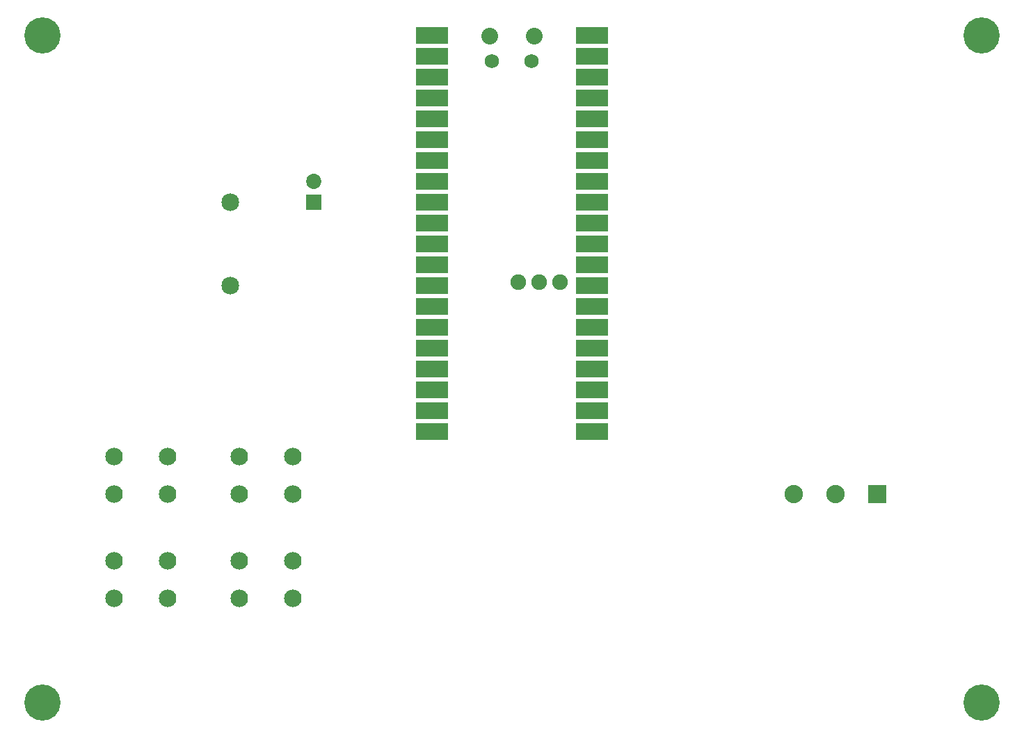
<source format=gbs>
G04 MADE WITH FRITZING*
G04 WWW.FRITZING.ORG*
G04 DOUBLE SIDED*
G04 HOLES PLATED*
G04 CONTOUR ON CENTER OF CONTOUR VECTOR*
%ASAXBY*%
%FSLAX23Y23*%
%MOIN*%
%OFA0B0*%
%SFA1.0B1.0*%
%ADD10C,0.072992*%
%ADD11C,0.085000*%
%ADD12C,0.173386*%
%ADD13C,0.068000*%
%ADD14C,0.080000*%
%ADD15C,0.074944*%
%ADD16C,0.088000*%
%ADD17C,0.084000*%
%ADD18R,0.072992X0.072992*%
%ADD19R,0.153667X0.080200*%
%ADD20R,0.154000X0.080200*%
%ADD21R,0.088000X0.088000*%
%LNMASK0*%
G90*
G70*
G54D10*
X1514Y2559D03*
X1514Y2658D03*
G54D11*
X1114Y2559D03*
X1114Y2159D03*
G54D12*
X4714Y159D03*
X4714Y3359D03*
X214Y159D03*
X214Y3359D03*
G54D13*
X2558Y3234D03*
X2368Y3234D03*
G54D14*
X2356Y3353D03*
X2571Y3353D03*
G54D15*
X2114Y3359D03*
X2114Y3259D03*
X2114Y3159D03*
X2114Y3059D03*
X2114Y2959D03*
X2114Y2859D03*
X2114Y2759D03*
X2114Y2659D03*
X2114Y2559D03*
X2114Y2459D03*
X2114Y2359D03*
X2114Y2259D03*
X2114Y2159D03*
X2114Y2059D03*
X2114Y1959D03*
X2114Y1859D03*
X2114Y1759D03*
X2114Y1659D03*
X2114Y1559D03*
X2114Y1459D03*
X2813Y1459D03*
X2813Y1559D03*
X2813Y1659D03*
X2813Y1759D03*
X2813Y1859D03*
X2813Y1959D03*
X2813Y2059D03*
X2813Y2159D03*
X2813Y2259D03*
X2813Y2359D03*
X2813Y2459D03*
X2813Y2559D03*
X2813Y2659D03*
X2813Y2759D03*
X2813Y2859D03*
X2813Y2959D03*
X2813Y3059D03*
X2813Y3159D03*
X2813Y3259D03*
X2813Y3359D03*
X2493Y2176D03*
X2593Y2176D03*
X2693Y2176D03*
G54D16*
X4214Y1159D03*
X4014Y1159D03*
X3814Y1159D03*
G54D17*
X558Y837D03*
X814Y837D03*
X558Y659D03*
X814Y659D03*
X1158Y837D03*
X1414Y837D03*
X1158Y659D03*
X1414Y659D03*
X1158Y1337D03*
X1414Y1337D03*
X1158Y1159D03*
X1414Y1159D03*
X558Y1337D03*
X814Y1337D03*
X558Y1159D03*
X814Y1159D03*
G54D18*
X1514Y2559D03*
G54D19*
X2081Y3359D03*
G54D20*
X2081Y3259D03*
X2081Y3159D03*
X2081Y3059D03*
X2081Y2959D03*
X2081Y2859D03*
X2081Y2759D03*
X2081Y2659D03*
X2081Y2559D03*
X2081Y2459D03*
X2081Y2359D03*
X2081Y2259D03*
X2081Y2159D03*
X2081Y2059D03*
X2081Y1959D03*
X2081Y1859D03*
X2081Y1759D03*
X2081Y1659D03*
X2081Y1559D03*
X2081Y1459D03*
X2846Y1459D03*
X2846Y1559D03*
X2846Y1659D03*
X2846Y1759D03*
X2846Y1859D03*
X2846Y1959D03*
X2846Y2059D03*
X2846Y2159D03*
X2846Y2259D03*
X2846Y2359D03*
X2846Y2459D03*
X2846Y2559D03*
X2846Y2659D03*
X2846Y2759D03*
X2846Y2859D03*
X2846Y2959D03*
X2846Y3059D03*
X2846Y3159D03*
X2846Y3259D03*
X2846Y3359D03*
G54D21*
X4214Y1159D03*
G04 End of Mask0*
M02*
</source>
